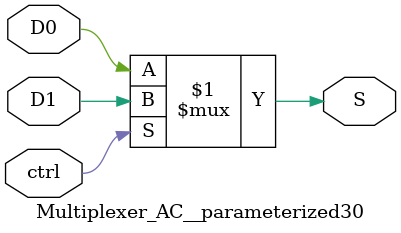
<source format=v>

module Multiplexer_AC__parameterized30
   (ctrl,
    D0,
    D1,
    S);
  input ctrl;
  input [0:0]D0;
  input [0:0]D1;
  output [0:0]S;

  wire [0:0]S;

  assign S = ctrl ? D1 : D0;
endmodule
</source>
